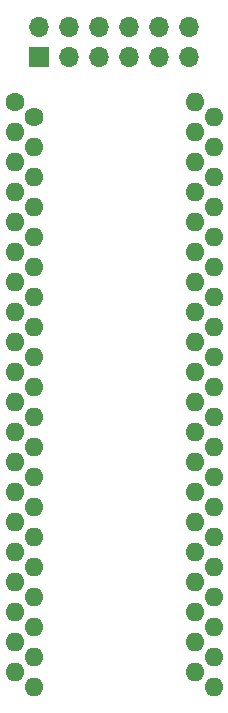
<source format=gts>
%TF.GenerationSoftware,KiCad,Pcbnew,(6.0.2)*%
%TF.CreationDate,2022-04-04T11:22:31-04:00*%
%TF.ProjectId,xum1541-via-adapter,78756d31-3534-4312-9d76-69612d616461,1*%
%TF.SameCoordinates,Original*%
%TF.FileFunction,Soldermask,Top*%
%TF.FilePolarity,Negative*%
%FSLAX46Y46*%
G04 Gerber Fmt 4.6, Leading zero omitted, Abs format (unit mm)*
G04 Created by KiCad (PCBNEW (6.0.2)) date 2022-04-04 11:22:31*
%MOMM*%
%LPD*%
G01*
G04 APERTURE LIST*
%ADD10C,1.600000*%
%ADD11O,1.600000X1.600000*%
%ADD12R,1.700000X1.700000*%
%ADD13O,1.700000X1.700000*%
G04 APERTURE END LIST*
D10*
X126725850Y-79830000D03*
X128313350Y-81100000D03*
D11*
X128313350Y-83640000D03*
X126725850Y-82370000D03*
X126725850Y-84910000D03*
X128313350Y-86180000D03*
X126725850Y-87450000D03*
X128313350Y-88720000D03*
X128313350Y-91260000D03*
X126725850Y-89990000D03*
X128313350Y-93800000D03*
X126725850Y-92530000D03*
X128313350Y-96340000D03*
X126725850Y-95070000D03*
X126725850Y-97610000D03*
X128313350Y-98880000D03*
X126725850Y-100150000D03*
X128313350Y-101420000D03*
X128313350Y-103960000D03*
X126725850Y-102690000D03*
X126725850Y-105230000D03*
X128313350Y-106500000D03*
X126725850Y-107770000D03*
X128313350Y-109040000D03*
X126725850Y-110310000D03*
X128313350Y-111580000D03*
X126725850Y-112850000D03*
X128313350Y-114120000D03*
X128313350Y-116660000D03*
X126725850Y-115390000D03*
X126725850Y-117930000D03*
X128313350Y-119200000D03*
X128313350Y-121740000D03*
X126725850Y-120470000D03*
X126725850Y-123010000D03*
X128313350Y-124280000D03*
X126725850Y-125550000D03*
X128313350Y-126820000D03*
X126725850Y-128090000D03*
X128313350Y-129360000D03*
X143553350Y-129360000D03*
X141965850Y-128090000D03*
X141965850Y-125550000D03*
X143553350Y-126820000D03*
X141965850Y-123010000D03*
X143553350Y-124280000D03*
X141965850Y-120470000D03*
X143553350Y-121740000D03*
X143553350Y-119200000D03*
X141965850Y-117930000D03*
X143553350Y-116660000D03*
X141965850Y-115390000D03*
X141965850Y-112850000D03*
X143553350Y-114120000D03*
X143553350Y-111580000D03*
X141965850Y-110310000D03*
X141965850Y-107770000D03*
X143553350Y-109040000D03*
X143553350Y-106500000D03*
X141965850Y-105230000D03*
X141965850Y-102690000D03*
X143553350Y-103960000D03*
X141965850Y-100150000D03*
X143553350Y-101420000D03*
X143553350Y-98880000D03*
X141965850Y-97610000D03*
X141965850Y-95070000D03*
X143553350Y-96340000D03*
X143553350Y-93800000D03*
X141965850Y-92530000D03*
X143553350Y-91260000D03*
X141965850Y-89990000D03*
X143553350Y-88720000D03*
X141965850Y-87450000D03*
X143553350Y-86180000D03*
X141965850Y-84910000D03*
X143553350Y-83640000D03*
X141965850Y-82370000D03*
X143553350Y-81100000D03*
X141965850Y-79830000D03*
D12*
X128789600Y-76020000D03*
D13*
X128789600Y-73480000D03*
X131329600Y-76020000D03*
X131329600Y-73480000D03*
X133869600Y-76020000D03*
X133869600Y-73480000D03*
X136409600Y-76020000D03*
X136409600Y-73480000D03*
X138949600Y-76020000D03*
X138949600Y-73480000D03*
X141489600Y-76020000D03*
X141489600Y-73480000D03*
M02*

</source>
